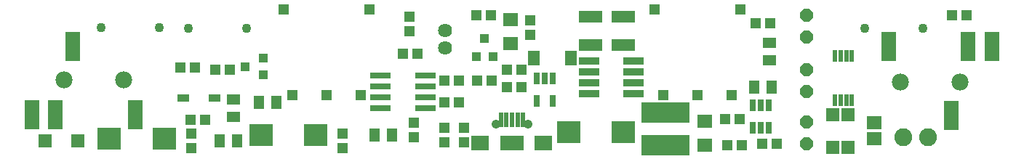
<source format=gts>
G75*
%MOIN*%
%OFA0B0*%
%FSLAX25Y25*%
%IPPOS*%
%LPD*%
%AMOC8*
5,1,8,0,0,1.08239X$1,22.5*
%
%ADD10C,0.08200*%
%ADD11R,0.11036X0.10249*%
%ADD12R,0.05131X0.06312*%
%ADD13R,0.06312X0.06312*%
%ADD14R,0.05524X0.03556*%
%ADD15R,0.09461X0.03162*%
%ADD16OC8,0.06000*%
%ADD17C,0.06400*%
%ADD18C,0.04343*%
%ADD19R,0.04343X0.03950*%
%ADD20R,0.03950X0.04343*%
%ADD21R,0.04737X0.05131*%
%ADD22R,0.06706X0.05918*%
%ADD23R,0.05131X0.04737*%
%ADD24R,0.06800X0.13300*%
%ADD25C,0.07800*%
%ADD26R,0.05162X0.05162*%
%ADD27R,0.06312X0.05131*%
%ADD28R,0.05800X0.06587*%
%ADD29R,0.07099X0.06312*%
%ADD30R,0.10643X0.05524*%
%ADD31R,0.22454X0.09265*%
%ADD32R,0.02965X0.05524*%
%ADD33R,0.02375X0.06509*%
%ADD34C,0.04146*%
%ADD35R,0.07874X0.06693*%
%ADD36R,0.10630X0.06693*%
%ADD37R,0.09500X0.03200*%
%ADD38R,0.02400X0.05524*%
D10*
X0412308Y0023846D03*
X0423708Y0023846D03*
D11*
X0284106Y0026346D03*
X0258909Y0026346D03*
X0143106Y0024846D03*
X0117909Y0024846D03*
X0073606Y0023346D03*
X0048409Y0023346D03*
D12*
X0099071Y0022346D03*
X0106945Y0022346D03*
X0170071Y0024846D03*
X0177945Y0024846D03*
X0124945Y0039846D03*
X0117071Y0039846D03*
X0344071Y0046846D03*
X0351945Y0046846D03*
D13*
X0380008Y0034327D03*
X0387008Y0034327D03*
X0387008Y0019366D03*
X0380008Y0019366D03*
X0033988Y0022346D03*
X0019028Y0022346D03*
D14*
X0082224Y0041846D03*
X0096791Y0041846D03*
D15*
X0172772Y0042346D03*
X0193244Y0042346D03*
X0193244Y0037346D03*
X0172772Y0037346D03*
X0172772Y0047346D03*
X0193244Y0047346D03*
X0193244Y0052346D03*
X0172772Y0052346D03*
D16*
X0368008Y0054846D03*
X0368008Y0044846D03*
X0368008Y0030846D03*
X0368008Y0020846D03*
X0368008Y0069846D03*
X0368008Y0079846D03*
D17*
X0202508Y0072783D03*
X0202508Y0064909D03*
D18*
X0111394Y0073846D03*
X0084622Y0073846D03*
X0071394Y0074217D03*
X0044622Y0074217D03*
X0394622Y0074046D03*
X0421394Y0074046D03*
D19*
X0118945Y0060087D03*
X0110677Y0056346D03*
X0118945Y0052606D03*
D20*
X0216768Y0060909D03*
X0224248Y0060909D03*
X0220508Y0069177D03*
D21*
X0189854Y0062346D03*
X0183161Y0062346D03*
X0230661Y0054846D03*
X0237354Y0054846D03*
X0223854Y0049846D03*
X0217161Y0049846D03*
X0208854Y0049846D03*
X0202161Y0049846D03*
X0230661Y0046846D03*
X0237354Y0046846D03*
X0208854Y0039846D03*
X0202161Y0039846D03*
X0103854Y0054846D03*
X0097161Y0054846D03*
X0087854Y0055846D03*
X0081161Y0055846D03*
X0085661Y0031846D03*
X0092354Y0031846D03*
X0216661Y0079846D03*
X0223354Y0079846D03*
X0344661Y0076346D03*
X0351354Y0076346D03*
X0434661Y0079846D03*
X0441354Y0079846D03*
X0337354Y0032346D03*
X0330661Y0032346D03*
X0331661Y0020346D03*
X0338354Y0020346D03*
X0347661Y0020846D03*
X0354354Y0020846D03*
D22*
X0399008Y0023106D03*
X0399008Y0030587D03*
D23*
X0086008Y0019000D03*
X0086008Y0025693D03*
X0155508Y0025693D03*
X0155508Y0019000D03*
X0188008Y0024000D03*
X0202008Y0021500D03*
X0211008Y0021500D03*
X0211008Y0028193D03*
X0202008Y0028193D03*
X0188008Y0030693D03*
X0241508Y0071000D03*
X0241508Y0077693D03*
X0186008Y0079193D03*
X0186008Y0072500D03*
D24*
X0031665Y0065707D03*
X0023854Y0034096D03*
X0012932Y0034096D03*
X0060421Y0034096D03*
X0405610Y0065596D03*
X0442177Y0065596D03*
X0453099Y0065596D03*
X0434366Y0033986D03*
D25*
X0438476Y0049374D03*
X0410917Y0049374D03*
X0055114Y0050319D03*
X0027555Y0050319D03*
D26*
X0132260Y0043319D03*
X0148008Y0043319D03*
X0163756Y0043319D03*
X0302260Y0043319D03*
X0318008Y0043319D03*
X0333756Y0043319D03*
X0337693Y0082689D03*
X0298323Y0082689D03*
X0167693Y0082689D03*
X0128323Y0082689D03*
D27*
X0105508Y0041283D03*
X0105508Y0033409D03*
X0351008Y0059409D03*
X0351008Y0067283D03*
D28*
X0259972Y0060346D03*
X0243043Y0060346D03*
D29*
X0232508Y0066835D03*
X0232508Y0077858D03*
X0321508Y0031358D03*
X0321508Y0020335D03*
D30*
X0284008Y0066350D03*
X0269008Y0066350D03*
X0269008Y0079343D03*
X0284008Y0079343D03*
D31*
X0303508Y0035406D03*
X0303508Y0020287D03*
D32*
X0343268Y0028228D03*
X0347008Y0028228D03*
X0350748Y0028228D03*
X0350748Y0038465D03*
X0347008Y0038478D03*
X0343268Y0038465D03*
X0251748Y0040728D03*
X0244268Y0040728D03*
X0244268Y0050965D03*
X0248008Y0050965D03*
X0251748Y0050965D03*
D33*
X0238126Y0032075D03*
X0235567Y0032075D03*
X0233008Y0032075D03*
X0230449Y0032075D03*
X0227890Y0032075D03*
D34*
X0225528Y0030008D03*
X0240488Y0030008D03*
D35*
X0247512Y0021346D03*
X0218504Y0021346D03*
D36*
X0233008Y0021346D03*
D37*
X0268208Y0043846D03*
X0288808Y0043846D03*
X0288808Y0048846D03*
X0288808Y0053846D03*
X0268208Y0053846D03*
X0268208Y0048846D03*
X0268208Y0058846D03*
X0288808Y0058846D03*
D38*
X0381169Y0061280D03*
X0383728Y0061280D03*
X0386287Y0061280D03*
X0388846Y0061280D03*
X0388846Y0040807D03*
X0386287Y0040807D03*
X0383728Y0040807D03*
X0381169Y0040807D03*
M02*

</source>
